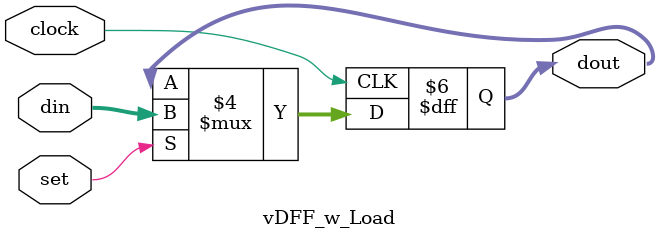
<source format=v>
module vDFF_w_Load(clock, set, din, dout);
	input clock, set;
	input [15:0] din;
	output [15:0] dout;

	reg [15:0] dout;

	always @(posedge clock) begin
		if (set == 1'b1)
			dout = din;
		else
			dout = dout;
	end
endmodule

</source>
